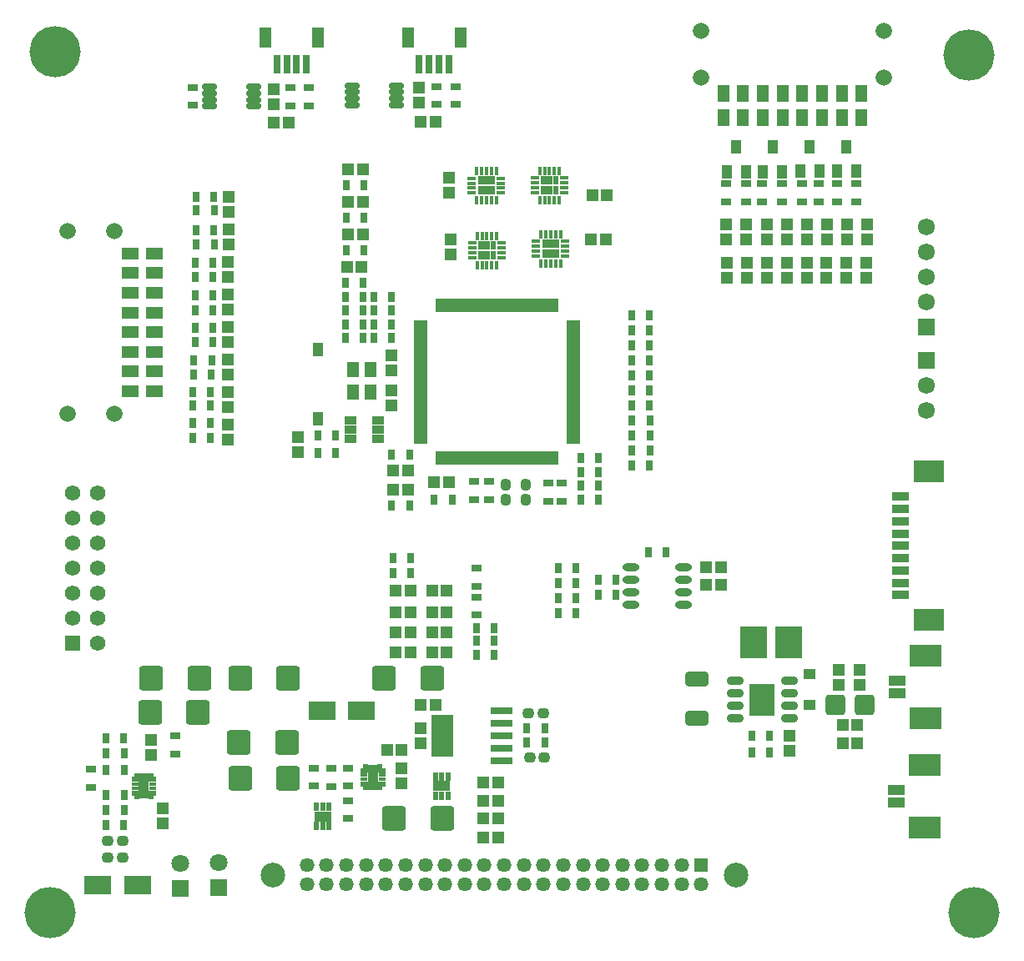
<source format=gbr>
G04*
G04 #@! TF.GenerationSoftware,Altium Limited,Altium Designer,24.1.2 (44)*
G04*
G04 Layer_Color=8388736*
%FSLAX44Y44*%
%MOMM*%
G71*
G04*
G04 #@! TF.SameCoordinates,8DB790BD-C0D2-442E-8808-D1DB86FAA070*
G04*
G04*
G04 #@! TF.FilePolarity,Negative*
G04*
G01*
G75*
%ADD63R,1.8032X1.0932*%
%ADD64R,0.5032X0.9032*%
%ADD65R,0.8032X1.1032*%
%ADD66R,1.7032X1.2032*%
%ADD67R,1.2032X2.0032*%
%ADD68R,0.8032X1.8432*%
%ADD69R,1.2032X1.7032*%
%ADD70R,1.8032X1.0132*%
%ADD71R,3.2032X2.3032*%
%ADD72O,1.7532X0.9032*%
%ADD73R,1.7524X0.9524*%
%ADD74R,3.1524X2.2524*%
%ADD75R,1.2032X0.9032*%
%ADD76R,0.5032X0.8532*%
%ADD77R,0.4532X0.9032*%
%ADD78R,0.9032X0.4532*%
%ADD79R,1.0532X1.4032*%
%ADD80R,0.5032X1.4032*%
%ADD81R,1.4032X0.5032*%
%ADD82R,1.2032X1.2532*%
%ADD83R,1.2532X1.2032*%
G04:AMPARAMS|DCode=84|XSize=1.1132mm|YSize=1.0332mm|CornerRadius=0.3216mm|HoleSize=0mm|Usage=FLASHONLY|Rotation=180.000|XOffset=0mm|YOffset=0mm|HoleType=Round|Shape=RoundedRectangle|*
%AMROUNDEDRECTD84*
21,1,1.1132,0.3901,0,0,180.0*
21,1,0.4701,1.0332,0,0,180.0*
1,1,0.6431,-0.2351,0.1951*
1,1,0.6431,0.2351,0.1951*
1,1,0.6431,0.2351,-0.1951*
1,1,0.6431,-0.2351,-0.1951*
%
%ADD84ROUNDEDRECTD84*%
%ADD85R,2.3032X4.2032*%
%ADD86R,2.3032X0.8032*%
%ADD87R,1.0032X1.4032*%
%ADD88R,1.1032X0.8032*%
%ADD89R,1.1532X1.1032*%
G04:AMPARAMS|DCode=90|XSize=2.0032mm|YSize=2.0432mm|CornerRadius=0.3266mm|HoleSize=0mm|Usage=FLASHONLY|Rotation=180.000|XOffset=0mm|YOffset=0mm|HoleType=Round|Shape=RoundedRectangle|*
%AMROUNDEDRECTD90*
21,1,2.0032,1.3900,0,0,180.0*
21,1,1.3500,2.0432,0,0,180.0*
1,1,0.6532,-0.6750,0.6950*
1,1,0.6532,0.6750,0.6950*
1,1,0.6532,0.6750,-0.6950*
1,1,0.6532,-0.6750,-0.6950*
%
%ADD90ROUNDEDRECTD90*%
G04:AMPARAMS|DCode=91|XSize=2.4432mm|YSize=2.5232mm|CornerRadius=0.3816mm|HoleSize=0mm|Usage=FLASHONLY|Rotation=180.000|XOffset=0mm|YOffset=0mm|HoleType=Round|Shape=RoundedRectangle|*
%AMROUNDEDRECTD91*
21,1,2.4432,1.7600,0,0,180.0*
21,1,1.6800,2.5232,0,0,180.0*
1,1,0.7632,-0.8400,0.8800*
1,1,0.7632,0.8400,0.8800*
1,1,0.7632,0.8400,-0.8800*
1,1,0.7632,-0.8400,-0.8800*
%
%ADD91ROUNDEDRECTD91*%
%ADD92R,0.5032X2.6032*%
%ADD93R,0.5532X0.8532*%
%ADD94R,0.8032X0.5032*%
%ADD95R,0.8032X0.4532*%
%ADD96R,2.7032X1.9032*%
%ADD97O,1.5532X0.7532*%
G04:AMPARAMS|DCode=98|XSize=1.4732mm|YSize=2.3032mm|CornerRadius=0.2604mm|HoleSize=0mm|Usage=FLASHONLY|Rotation=270.000|XOffset=0mm|YOffset=0mm|HoleType=Round|Shape=RoundedRectangle|*
%AMROUNDEDRECTD98*
21,1,1.4732,1.7825,0,0,270.0*
21,1,0.9525,2.3032,0,0,270.0*
1,1,0.5207,-0.8913,-0.4763*
1,1,0.5207,-0.8913,0.4763*
1,1,0.5207,0.8913,0.4763*
1,1,0.5207,0.8913,-0.4763*
%
%ADD98ROUNDEDRECTD98*%
%ADD99R,2.6532X3.2532*%
%ADD100R,2.7032X3.2032*%
%ADD101O,1.7032X0.8032*%
%ADD102R,1.3032X1.5032*%
%ADD103R,1.3032X0.9032*%
G04:AMPARAMS|DCode=104|XSize=1.1132mm|YSize=1.0332mm|CornerRadius=0.3216mm|HoleSize=0mm|Usage=FLASHONLY|Rotation=270.000|XOffset=0mm|YOffset=0mm|HoleType=Round|Shape=RoundedRectangle|*
%AMROUNDEDRECTD104*
21,1,1.1132,0.3901,0,0,270.0*
21,1,0.4701,1.0332,0,0,270.0*
1,1,0.6431,-0.1951,-0.2351*
1,1,0.6431,-0.1951,0.2351*
1,1,0.6431,0.1951,0.2351*
1,1,0.6431,0.1951,-0.2351*
%
%ADD104ROUNDEDRECTD104*%
%ADD105C,5.2032*%
%ADD106C,0.7032*%
%ADD107C,1.6612*%
%ADD108C,2.5032*%
%ADD109R,1.4612X1.4612*%
%ADD110C,1.4612*%
%ADD111C,1.7232*%
%ADD112R,1.7232X1.7232*%
%ADD113C,1.5732*%
%ADD114R,1.5732X1.5732*%
%ADD115R,1.8032X1.8032*%
%ADD116C,1.8032*%
D63*
X1560670Y853230D02*
D03*
X1681470Y883920D02*
D03*
D64*
X1554170Y863180D02*
D03*
X1560670D02*
D03*
X1567170D02*
D03*
Y843280D02*
D03*
X1560670D02*
D03*
X1554170D02*
D03*
X1687970Y893870D02*
D03*
X1681470D02*
D03*
X1674970D02*
D03*
X1687970Y873970D02*
D03*
X1681470D02*
D03*
X1674970D02*
D03*
D65*
X1583312Y1394459D02*
D03*
X1601471Y1394460D02*
D03*
X1840608Y1202691D02*
D03*
X1822449Y1202690D02*
D03*
X1840608Y1174751D02*
D03*
X1822449Y1174750D02*
D03*
X1840608Y1216661D02*
D03*
X1822449Y1216660D02*
D03*
X1840608Y1188721D02*
D03*
X1822449Y1188720D02*
D03*
X1673859Y1174750D02*
D03*
X1692018Y1174751D02*
D03*
X1630679Y1220470D02*
D03*
X1648838Y1220471D02*
D03*
X1630679Y1168400D02*
D03*
X1648838Y1168401D02*
D03*
X1874519Y1224280D02*
D03*
X1892678Y1224281D02*
D03*
X1874520Y1239520D02*
D03*
X1892679Y1239521D02*
D03*
X1874519Y1254760D02*
D03*
X1892678Y1254761D02*
D03*
X1874141Y1285239D02*
D03*
X1892300Y1285240D02*
D03*
X1874141Y1300479D02*
D03*
X1892300Y1300480D02*
D03*
X1874141Y1315719D02*
D03*
X1892300Y1315720D02*
D03*
X1874141Y1330959D02*
D03*
X1892300Y1330960D02*
D03*
X1767839Y942340D02*
D03*
X1785998Y942341D02*
D03*
X1767839Y928370D02*
D03*
X1785998Y928371D02*
D03*
X1341119Y859790D02*
D03*
X1359278Y859791D02*
D03*
X1341119Y875030D02*
D03*
X1359278Y875031D02*
D03*
X1341119Y900430D02*
D03*
X1359278Y900431D02*
D03*
X1358901Y932180D02*
D03*
X1340742Y932179D02*
D03*
X1358901Y844550D02*
D03*
X1340742Y844549D02*
D03*
X1341119Y916940D02*
D03*
X1359278Y916941D02*
D03*
X1649731Y1099820D02*
D03*
X1631572Y1099819D02*
D03*
X1649731Y1115060D02*
D03*
X1631572Y1115059D02*
D03*
X1734821Y1031240D02*
D03*
X1716662Y1031239D02*
D03*
X1734821Y1043940D02*
D03*
X1716662Y1043939D02*
D03*
X1734821Y1017270D02*
D03*
X1716662Y1017269D02*
D03*
X1799589Y1104900D02*
D03*
X1817748Y1104901D02*
D03*
X1799589Y1059180D02*
D03*
X1817748Y1059181D02*
D03*
X1799589Y1074420D02*
D03*
X1817748Y1074421D02*
D03*
X1892301Y1361440D02*
D03*
X1874142Y1361439D02*
D03*
X1892301Y1270000D02*
D03*
X1874142Y1269999D02*
D03*
X1892301Y1209040D02*
D03*
X1874142Y1209039D02*
D03*
X1892301Y1346200D02*
D03*
X1874142Y1346199D02*
D03*
X1817371Y1089660D02*
D03*
X1799212Y1089659D02*
D03*
X1630681Y1380490D02*
D03*
X1612522Y1380489D02*
D03*
X1630681Y1366520D02*
D03*
X1612522Y1366519D02*
D03*
X1583689Y1380490D02*
D03*
X1601848Y1380491D02*
D03*
X1583689Y1366520D02*
D03*
X1601848Y1366521D02*
D03*
X1630681Y1352550D02*
D03*
X1612522Y1352549D02*
D03*
X1630681Y1338580D02*
D03*
X1612522Y1338579D02*
D03*
X1583689Y1352550D02*
D03*
X1601848Y1352551D02*
D03*
X1583689Y1338580D02*
D03*
X1601848Y1338581D02*
D03*
X1602741Y1460500D02*
D03*
X1584582Y1460499D02*
D03*
X1428749Y1269880D02*
D03*
X1446908Y1269881D02*
D03*
X1449071Y1400690D02*
D03*
X1430912Y1400689D02*
D03*
X1446531Y1283850D02*
D03*
X1428372Y1283849D02*
D03*
X1431289Y1414660D02*
D03*
X1449448Y1414661D02*
D03*
X1602741Y1493520D02*
D03*
X1584582Y1493519D02*
D03*
X1449071Y1334650D02*
D03*
X1430912Y1334649D02*
D03*
X1432559Y1468000D02*
D03*
X1450718Y1468001D02*
D03*
X1431289Y1348620D02*
D03*
X1449448Y1348621D02*
D03*
X1450341Y1481970D02*
D03*
X1432182Y1481969D02*
D03*
X1446531Y1252100D02*
D03*
X1428372Y1252099D02*
D03*
X1431289Y1381640D02*
D03*
X1449448Y1381641D02*
D03*
X1428749Y1236860D02*
D03*
X1446908Y1236861D02*
D03*
X1449071Y1366400D02*
D03*
X1430912Y1366399D02*
D03*
X1602741Y1427480D02*
D03*
X1584582Y1427479D02*
D03*
X1450341Y1447680D02*
D03*
X1432182Y1447679D02*
D03*
X1430019Y1315600D02*
D03*
X1448178Y1315601D02*
D03*
X1432559Y1433710D02*
D03*
X1450718Y1433711D02*
D03*
X1447801Y1301630D02*
D03*
X1429642Y1301629D02*
D03*
X1891029Y1121410D02*
D03*
X1909188Y1121411D02*
D03*
X2014221Y918210D02*
D03*
X1996062Y918209D02*
D03*
X2014221Y934720D02*
D03*
X1996062Y934719D02*
D03*
X1858011Y1078230D02*
D03*
X1839852Y1078229D02*
D03*
X1858011Y1093470D02*
D03*
X1839852Y1093469D02*
D03*
X1573531Y1221740D02*
D03*
X1555372Y1221739D02*
D03*
X1555749Y1239520D02*
D03*
X1573908Y1239521D02*
D03*
D66*
X1390250Y1284610D02*
D03*
X1365250D02*
D03*
X1390250Y1304610D02*
D03*
X1365250D02*
D03*
X1390250Y1324610D02*
D03*
X1365250D02*
D03*
X1390250Y1344610D02*
D03*
X1365250D02*
D03*
X1390250Y1364610D02*
D03*
X1365250D02*
D03*
X1390250Y1384610D02*
D03*
X1365250D02*
D03*
X1390250Y1404610D02*
D03*
X1365250D02*
D03*
X1390250Y1424610D02*
D03*
X1365250D02*
D03*
D67*
X1502730Y1643380D02*
D03*
X1556070D02*
D03*
X1647190D02*
D03*
X1700530D02*
D03*
D68*
X1524160Y1616710D02*
D03*
X1544160D02*
D03*
X1534160D02*
D03*
X1514160D02*
D03*
X1668620D02*
D03*
X1688620D02*
D03*
X1678620D02*
D03*
X1658620D02*
D03*
D69*
X1967080Y1562180D02*
D03*
Y1587180D02*
D03*
X1987080Y1562180D02*
D03*
Y1587180D02*
D03*
X2007080Y1562180D02*
D03*
Y1587180D02*
D03*
X2027080Y1562180D02*
D03*
Y1587180D02*
D03*
X2047080Y1562180D02*
D03*
Y1587180D02*
D03*
X2067080Y1562180D02*
D03*
Y1587180D02*
D03*
X2087080Y1562180D02*
D03*
Y1587180D02*
D03*
X2107080Y1562180D02*
D03*
Y1587180D02*
D03*
D70*
X2143230Y990700D02*
D03*
Y978200D02*
D03*
X2142700Y880010D02*
D03*
Y867510D02*
D03*
D71*
X2172230Y952700D02*
D03*
X2172230Y1016000D02*
D03*
X2171700Y905310D02*
D03*
X2171700Y842010D02*
D03*
D72*
X2033850Y977900D02*
D03*
X1979350Y965200D02*
D03*
Y952500D02*
D03*
Y990600D02*
D03*
Y977900D02*
D03*
X2033850Y990600D02*
D03*
Y965200D02*
D03*
Y952500D02*
D03*
D73*
X2146430Y1077760D02*
D03*
Y1090260D02*
D03*
Y1102760D02*
D03*
Y1115260D02*
D03*
Y1127760D02*
D03*
Y1140260D02*
D03*
Y1152760D02*
D03*
Y1165260D02*
D03*
Y1177760D02*
D03*
D74*
X2175430Y1203260D02*
D03*
Y1052260D02*
D03*
D75*
X1789270Y1424160D02*
D03*
Y1434320D02*
D03*
X1788160Y1488440D02*
D03*
Y1498600D02*
D03*
X1724660Y1422400D02*
D03*
Y1432560D02*
D03*
X1724170Y1488320D02*
D03*
Y1498480D02*
D03*
D76*
X1798160Y1424160D02*
D03*
Y1434320D02*
D03*
X1797050Y1488440D02*
D03*
Y1498600D02*
D03*
X1733550Y1422400D02*
D03*
Y1432560D02*
D03*
X1733060Y1488320D02*
D03*
Y1498480D02*
D03*
X1604330Y901560D02*
D03*
X1618830D02*
D03*
X1371960Y892670D02*
D03*
X1386460D02*
D03*
D77*
X1801810Y1443990D02*
D03*
X1796810D02*
D03*
X1791810D02*
D03*
X1786810D02*
D03*
X1781810D02*
D03*
Y1414490D02*
D03*
X1786810D02*
D03*
X1791810D02*
D03*
X1796810D02*
D03*
X1801810D02*
D03*
X1800700Y1508270D02*
D03*
X1795700D02*
D03*
X1790700D02*
D03*
X1785700D02*
D03*
X1780700D02*
D03*
Y1478770D02*
D03*
X1785700D02*
D03*
X1790700D02*
D03*
X1795700D02*
D03*
X1800700D02*
D03*
X1737200Y1442230D02*
D03*
X1732200D02*
D03*
X1727200D02*
D03*
X1722200D02*
D03*
X1717200D02*
D03*
Y1412730D02*
D03*
X1722200D02*
D03*
X1727200D02*
D03*
X1732200D02*
D03*
X1737200D02*
D03*
X1736710Y1508150D02*
D03*
X1731710D02*
D03*
X1726710D02*
D03*
X1721710D02*
D03*
X1716710D02*
D03*
Y1478650D02*
D03*
X1721710D02*
D03*
X1726710D02*
D03*
X1731710D02*
D03*
X1736710D02*
D03*
D78*
X1777060Y1436740D02*
D03*
Y1431740D02*
D03*
Y1426740D02*
D03*
Y1421740D02*
D03*
X1806560Y1426740D02*
D03*
Y1431740D02*
D03*
Y1436740D02*
D03*
Y1421740D02*
D03*
X1775950Y1501020D02*
D03*
Y1496020D02*
D03*
Y1491020D02*
D03*
Y1486020D02*
D03*
X1805450Y1491020D02*
D03*
Y1496020D02*
D03*
Y1501020D02*
D03*
Y1486020D02*
D03*
X1712450Y1434980D02*
D03*
Y1429980D02*
D03*
Y1424980D02*
D03*
Y1419980D02*
D03*
X1741950D02*
D03*
Y1424980D02*
D03*
Y1429980D02*
D03*
Y1434980D02*
D03*
X1711960Y1500900D02*
D03*
Y1495900D02*
D03*
Y1490900D02*
D03*
Y1485900D02*
D03*
X1741460Y1490900D02*
D03*
Y1495900D02*
D03*
Y1500900D02*
D03*
Y1485900D02*
D03*
D79*
X1989785Y1507690D02*
D03*
X1970532Y1507744D02*
D03*
X1979981Y1532690D02*
D03*
X2016811D02*
D03*
X2007362Y1507744D02*
D03*
X2026615Y1507690D02*
D03*
X2091690Y1532890D02*
D03*
X2082241Y1507944D02*
D03*
X2101494Y1507890D02*
D03*
X2054860Y1532890D02*
D03*
X2045411Y1507944D02*
D03*
X2064664Y1507890D02*
D03*
D80*
X1687360Y1371630D02*
D03*
X1697360D02*
D03*
X1702360D02*
D03*
X1677360Y1216630D02*
D03*
X1682360D02*
D03*
X1687360D02*
D03*
X1692360D02*
D03*
X1697360D02*
D03*
X1702360D02*
D03*
X1707360D02*
D03*
X1712360D02*
D03*
X1717360D02*
D03*
X1722360D02*
D03*
X1727360D02*
D03*
X1732360D02*
D03*
X1737360D02*
D03*
X1742360D02*
D03*
X1747360D02*
D03*
X1752360D02*
D03*
X1757360D02*
D03*
X1762360D02*
D03*
X1767360D02*
D03*
X1772360D02*
D03*
X1777360D02*
D03*
X1782360D02*
D03*
X1787360D02*
D03*
X1792360D02*
D03*
X1797360D02*
D03*
Y1371630D02*
D03*
X1792360D02*
D03*
X1787360D02*
D03*
X1782360D02*
D03*
X1777360D02*
D03*
X1772360D02*
D03*
X1767360D02*
D03*
X1762360D02*
D03*
X1757360D02*
D03*
X1752360D02*
D03*
X1747360D02*
D03*
X1742360D02*
D03*
X1737360D02*
D03*
X1732360D02*
D03*
X1727360D02*
D03*
X1722360D02*
D03*
X1717360D02*
D03*
X1712360D02*
D03*
X1707360D02*
D03*
X1692360D02*
D03*
X1682360D02*
D03*
X1677360D02*
D03*
D81*
X1814860Y1249130D02*
D03*
X1659860Y1354130D02*
D03*
Y1349130D02*
D03*
Y1344130D02*
D03*
Y1339130D02*
D03*
Y1334130D02*
D03*
Y1329130D02*
D03*
Y1324130D02*
D03*
Y1319130D02*
D03*
Y1314130D02*
D03*
Y1309130D02*
D03*
Y1304130D02*
D03*
Y1299130D02*
D03*
Y1294130D02*
D03*
Y1289130D02*
D03*
Y1284130D02*
D03*
Y1279130D02*
D03*
Y1274130D02*
D03*
Y1269130D02*
D03*
Y1264130D02*
D03*
Y1259130D02*
D03*
Y1254130D02*
D03*
Y1249130D02*
D03*
Y1244130D02*
D03*
Y1239130D02*
D03*
Y1234130D02*
D03*
X1814860D02*
D03*
Y1239130D02*
D03*
Y1244130D02*
D03*
Y1254130D02*
D03*
Y1259130D02*
D03*
Y1264130D02*
D03*
Y1269130D02*
D03*
Y1274130D02*
D03*
Y1279130D02*
D03*
Y1284130D02*
D03*
Y1289130D02*
D03*
Y1294130D02*
D03*
Y1299130D02*
D03*
Y1304130D02*
D03*
Y1309130D02*
D03*
Y1314130D02*
D03*
Y1319130D02*
D03*
Y1324130D02*
D03*
Y1329130D02*
D03*
Y1334130D02*
D03*
Y1339130D02*
D03*
Y1344130D02*
D03*
Y1349130D02*
D03*
Y1354130D02*
D03*
D82*
X1971040Y1414660D02*
D03*
Y1399660D02*
D03*
X2011680Y1414660D02*
D03*
Y1399660D02*
D03*
X1991360Y1414660D02*
D03*
Y1399660D02*
D03*
X2091690Y1414660D02*
D03*
Y1399660D02*
D03*
X2112010Y1414660D02*
D03*
Y1399660D02*
D03*
X2113280Y1439030D02*
D03*
Y1454030D02*
D03*
X2072640Y1439150D02*
D03*
Y1454150D02*
D03*
X2052320Y1439150D02*
D03*
Y1454150D02*
D03*
X2032000Y1414660D02*
D03*
Y1399660D02*
D03*
X2011680Y1439150D02*
D03*
Y1454150D02*
D03*
X2071370Y1414780D02*
D03*
Y1399780D02*
D03*
X2052320Y1414660D02*
D03*
Y1399660D02*
D03*
X1969770Y1438910D02*
D03*
Y1453910D02*
D03*
X1990090Y1439030D02*
D03*
Y1454030D02*
D03*
X2092960Y1439030D02*
D03*
Y1454030D02*
D03*
X2032000Y1439030D02*
D03*
Y1454030D02*
D03*
X2084070Y986910D02*
D03*
X2105660D02*
D03*
X1640830Y886580D02*
D03*
Y901580D02*
D03*
X1659890Y942220D02*
D03*
Y927220D02*
D03*
X1398260Y861060D02*
D03*
Y846060D02*
D03*
X1386830Y915790D02*
D03*
Y930790D02*
D03*
X1690370Y1438910D02*
D03*
Y1423910D02*
D03*
X1689100Y1501020D02*
D03*
Y1486020D02*
D03*
X1464310Y1283730D02*
D03*
Y1268730D02*
D03*
Y1415810D02*
D03*
Y1400810D02*
D03*
Y1349770D02*
D03*
Y1334770D02*
D03*
X1465580Y1481850D02*
D03*
Y1466850D02*
D03*
X1464310Y1235710D02*
D03*
Y1250710D02*
D03*
Y1367790D02*
D03*
Y1382790D02*
D03*
X1465580Y1433830D02*
D03*
Y1448830D02*
D03*
X1464310Y1301750D02*
D03*
Y1316750D02*
D03*
X1511300Y1576190D02*
D03*
Y1591190D02*
D03*
X1658620Y1577460D02*
D03*
Y1592460D02*
D03*
X2105660Y1001910D02*
D03*
X2084070D02*
D03*
X2034540Y934600D02*
D03*
Y919600D02*
D03*
X1535430Y1238130D02*
D03*
Y1223130D02*
D03*
X1630680Y1285120D02*
D03*
Y1270120D02*
D03*
Y1305680D02*
D03*
Y1320680D02*
D03*
D83*
X1847730Y1438910D02*
D03*
X1832730D02*
D03*
X1632070Y1203960D02*
D03*
X1647070D02*
D03*
X1632070Y1184910D02*
D03*
X1647070D02*
D03*
X1625710Y920750D02*
D03*
X1640710D02*
D03*
X1723510Y887730D02*
D03*
X1738510D02*
D03*
X1675010Y966470D02*
D03*
X1660010D02*
D03*
X1738510Y868680D02*
D03*
X1723510D02*
D03*
X1738510Y850900D02*
D03*
X1723510D02*
D03*
X1723510Y831850D02*
D03*
X1738510D02*
D03*
X1634610Y1040130D02*
D03*
X1649610D02*
D03*
X1634610Y1082040D02*
D03*
X1649610D02*
D03*
X1671440Y1040130D02*
D03*
X1686440D02*
D03*
X1671440Y1082040D02*
D03*
X1686440D02*
D03*
X1634610Y1019810D02*
D03*
X1649610D02*
D03*
X1634610Y1060450D02*
D03*
X1649610D02*
D03*
X1671440Y1019810D02*
D03*
X1686440D02*
D03*
X1671440Y1060450D02*
D03*
X1686440D02*
D03*
X1834120Y1483360D02*
D03*
X1849120D02*
D03*
X1673905Y1192335D02*
D03*
X1688905D02*
D03*
X1586350Y1477010D02*
D03*
X1601350D02*
D03*
X1586350Y1510030D02*
D03*
X1601350D02*
D03*
X1585080Y1410970D02*
D03*
X1600080D02*
D03*
X1586350Y1443990D02*
D03*
X1601350D02*
D03*
X1526300Y1557020D02*
D03*
X1511300D02*
D03*
X1675010Y1558290D02*
D03*
X1660010D02*
D03*
X2088000Y946150D02*
D03*
X2103000D02*
D03*
X2088000Y927100D02*
D03*
X2103000D02*
D03*
X1964450Y1106170D02*
D03*
X1949450D02*
D03*
X1949570Y1088390D02*
D03*
X1964570D02*
D03*
D84*
X1342510Y828040D02*
D03*
X1357510D02*
D03*
X1769230Y957580D02*
D03*
X1784230D02*
D03*
X1770500Y913130D02*
D03*
X1785500D02*
D03*
X1357630Y811530D02*
D03*
X1342630D02*
D03*
D85*
X1682210Y934720D02*
D03*
D86*
X1741710Y960120D02*
D03*
Y947420D02*
D03*
Y934720D02*
D03*
Y922020D02*
D03*
Y909320D02*
D03*
D87*
X1555750Y1326590D02*
D03*
Y1256590D02*
D03*
D88*
X1714500Y1174749D02*
D03*
X1714499Y1192908D02*
D03*
X1729740Y1174749D02*
D03*
X1729739Y1192908D02*
D03*
X1717040Y1075691D02*
D03*
X1551930Y883919D02*
D03*
X1586220Y850899D02*
D03*
X1586219Y869058D02*
D03*
X1551929Y902078D02*
D03*
X1569710Y901701D02*
D03*
X1569711Y883542D02*
D03*
X1586220Y883919D02*
D03*
X1586219Y902078D02*
D03*
X1325880Y882649D02*
D03*
X1325879Y900808D02*
D03*
X1410960Y934721D02*
D03*
X1410961Y916562D02*
D03*
X1803400Y1191261D02*
D03*
X1803401Y1173102D02*
D03*
X1789430Y1191261D02*
D03*
X1789431Y1173102D02*
D03*
X1717040Y1104901D02*
D03*
X1717041Y1086742D02*
D03*
Y1057532D02*
D03*
X2026920Y1477009D02*
D03*
X2026919Y1495168D02*
D03*
X1990090Y1477009D02*
D03*
X1990089Y1495168D02*
D03*
X2006600Y1477009D02*
D03*
X2006599Y1495168D02*
D03*
X1969770Y1477009D02*
D03*
X1969769Y1495168D02*
D03*
X2101850Y1477009D02*
D03*
X2101849Y1495168D02*
D03*
X2063750Y1477009D02*
D03*
X2063749Y1495168D02*
D03*
X2082800Y1477009D02*
D03*
X2082799Y1495168D02*
D03*
X2047240Y1477009D02*
D03*
X2047239Y1495168D02*
D03*
X1546860Y1592581D02*
D03*
X1546861Y1574422D02*
D03*
X1527810Y1592581D02*
D03*
X1527811Y1574422D02*
D03*
X1428750Y1574799D02*
D03*
X1428749Y1592958D02*
D03*
X1695450Y1593851D02*
D03*
X1695451Y1575692D02*
D03*
X1676400Y1593850D02*
D03*
X1676401Y1575691D02*
D03*
D89*
X2054860Y965960D02*
D03*
Y997460D02*
D03*
D90*
X2080500Y966470D02*
D03*
X2110500D02*
D03*
D91*
X1525480Y891540D02*
D03*
X1476780D02*
D03*
X1525490Y993140D02*
D03*
X1476790D02*
D03*
X1434050Y958850D02*
D03*
X1385350D02*
D03*
X1671540Y993140D02*
D03*
X1622840D02*
D03*
X1435320D02*
D03*
X1386620D02*
D03*
X1681690Y850900D02*
D03*
X1632990D02*
D03*
X1524210Y928370D02*
D03*
X1475510D02*
D03*
D92*
X1609080Y892810D02*
D03*
X1614080D02*
D03*
X1381710Y883920D02*
D03*
X1376710D02*
D03*
D93*
X1604330Y884060D02*
D03*
X1618830D02*
D03*
X1371960Y875170D02*
D03*
X1386460D02*
D03*
D94*
X1620580Y899810D02*
D03*
Y885810D02*
D03*
X1602580D02*
D03*
Y899810D02*
D03*
X1388210Y890920D02*
D03*
Y876920D02*
D03*
X1370210D02*
D03*
Y890920D02*
D03*
D95*
X1620580Y895060D02*
D03*
Y890560D02*
D03*
X1602580D02*
D03*
Y895060D02*
D03*
X1388210Y886170D02*
D03*
Y881670D02*
D03*
X1370210D02*
D03*
Y886170D02*
D03*
D96*
X1599870Y960120D02*
D03*
X1559870D02*
D03*
X1332550Y783590D02*
D03*
X1372550D02*
D03*
D97*
X1445870Y1593440D02*
D03*
Y1586940D02*
D03*
Y1580440D02*
D03*
Y1573940D02*
D03*
X1490370Y1593440D02*
D03*
Y1586940D02*
D03*
Y1580440D02*
D03*
Y1573940D02*
D03*
X1590650Y1594710D02*
D03*
Y1588210D02*
D03*
Y1581710D02*
D03*
Y1575210D02*
D03*
X1635150Y1594710D02*
D03*
Y1588210D02*
D03*
Y1581710D02*
D03*
Y1575210D02*
D03*
D98*
X1940560Y952970D02*
D03*
Y992670D02*
D03*
D99*
X2006600Y971550D02*
D03*
D100*
X2033490Y1029970D02*
D03*
X1997490D02*
D03*
D101*
X1926920Y1068070D02*
D03*
Y1080770D02*
D03*
Y1093470D02*
D03*
Y1106170D02*
D03*
X1872920Y1068070D02*
D03*
Y1080770D02*
D03*
Y1093470D02*
D03*
Y1106170D02*
D03*
D102*
X1609200Y1283900D02*
D03*
Y1306900D02*
D03*
X1591200D02*
D03*
Y1283900D02*
D03*
D103*
X1588490Y1236370D02*
D03*
Y1245870D02*
D03*
Y1255370D02*
D03*
X1616990D02*
D03*
Y1245870D02*
D03*
Y1236370D02*
D03*
D104*
X1766570Y1189870D02*
D03*
Y1174870D02*
D03*
X1746250Y1189870D02*
D03*
Y1174870D02*
D03*
D105*
X2216150Y1625600D02*
D03*
X1289050Y1629410D02*
D03*
X1283970Y755650D02*
D03*
X2221230D02*
D03*
D106*
X1273810Y1643380D02*
D03*
Y1615440D02*
D03*
X1303020D02*
D03*
Y1644650D02*
D03*
X1268730Y1630680D02*
D03*
X1309370D02*
D03*
X1289050Y1609090D02*
D03*
Y1649730D02*
D03*
X1268730Y769620D02*
D03*
Y741680D02*
D03*
X1297940D02*
D03*
Y770890D02*
D03*
X1263650Y756920D02*
D03*
X1304290D02*
D03*
X1283970Y735330D02*
D03*
Y775970D02*
D03*
X2205990Y769620D02*
D03*
Y741680D02*
D03*
X2235200D02*
D03*
Y770890D02*
D03*
X2200910Y756920D02*
D03*
X2241550D02*
D03*
X2221230Y735330D02*
D03*
Y775970D02*
D03*
X2200910Y1639570D02*
D03*
Y1611630D02*
D03*
X2230120D02*
D03*
Y1640840D02*
D03*
X2195830Y1626870D02*
D03*
X2236470D02*
D03*
X2216150Y1605280D02*
D03*
Y1645920D02*
D03*
D107*
X1349250Y1447110D02*
D03*
Y1262110D02*
D03*
X1301750Y1447110D02*
D03*
Y1262110D02*
D03*
X2129580Y1603180D02*
D03*
X1944580D02*
D03*
X2129580Y1650680D02*
D03*
X1944580D02*
D03*
D108*
X1979660Y793910D02*
D03*
X1509660D02*
D03*
D109*
X1944660Y803910D02*
D03*
D110*
Y783910D02*
D03*
X1924660Y803910D02*
D03*
Y783910D02*
D03*
X1904660Y803910D02*
D03*
Y783910D02*
D03*
X1884660Y803910D02*
D03*
Y783910D02*
D03*
X1864660Y803910D02*
D03*
Y783910D02*
D03*
X1844660Y803910D02*
D03*
Y783910D02*
D03*
X1824660Y803910D02*
D03*
Y783910D02*
D03*
X1804660Y803910D02*
D03*
Y783910D02*
D03*
X1784660Y803910D02*
D03*
Y783910D02*
D03*
X1764660Y803910D02*
D03*
Y783910D02*
D03*
X1744660Y803910D02*
D03*
Y783910D02*
D03*
X1724660Y803910D02*
D03*
Y783910D02*
D03*
X1704660Y803910D02*
D03*
Y783910D02*
D03*
X1684660Y803910D02*
D03*
Y783910D02*
D03*
X1664660Y803910D02*
D03*
Y783910D02*
D03*
X1644660Y803910D02*
D03*
Y783910D02*
D03*
X1624660Y803910D02*
D03*
Y783910D02*
D03*
X1604660Y803910D02*
D03*
Y783910D02*
D03*
X1584660Y803910D02*
D03*
Y783910D02*
D03*
X1564660Y803910D02*
D03*
Y783910D02*
D03*
X1544660Y803910D02*
D03*
Y783910D02*
D03*
D111*
X2172970Y1451610D02*
D03*
Y1426210D02*
D03*
Y1400810D02*
D03*
Y1375410D02*
D03*
Y1264920D02*
D03*
Y1290320D02*
D03*
D112*
Y1350010D02*
D03*
Y1315720D02*
D03*
D113*
X1332230Y1181100D02*
D03*
X1306830D02*
D03*
X1332230Y1155700D02*
D03*
X1306830D02*
D03*
X1332230Y1130300D02*
D03*
X1306830D02*
D03*
X1332230Y1104900D02*
D03*
X1306830D02*
D03*
X1332230Y1079500D02*
D03*
X1306830D02*
D03*
X1332230Y1054100D02*
D03*
X1306830D02*
D03*
X1332230Y1028700D02*
D03*
D114*
X1306830D02*
D03*
D115*
X1416040Y779780D02*
D03*
X1455410Y781050D02*
D03*
D116*
X1416040Y805180D02*
D03*
X1455410Y806450D02*
D03*
M02*

</source>
